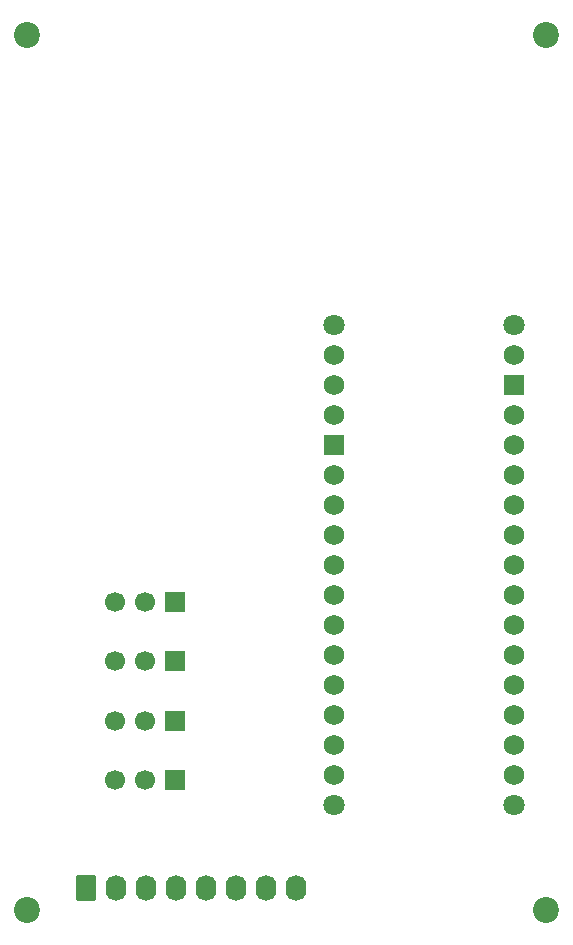
<source format=gbr>
%TF.GenerationSoftware,KiCad,Pcbnew,9.0.5*%
%TF.CreationDate,2025-10-13T11:36:34+02:00*%
%TF.ProjectId,MAX31865,4d415833-3138-4363-952e-6b696361645f,rev?*%
%TF.SameCoordinates,Original*%
%TF.FileFunction,Soldermask,Bot*%
%TF.FilePolarity,Negative*%
%FSLAX46Y46*%
G04 Gerber Fmt 4.6, Leading zero omitted, Abs format (unit mm)*
G04 Created by KiCad (PCBNEW 9.0.5) date 2025-10-13 11:36:34*
%MOMM*%
%LPD*%
G01*
G04 APERTURE LIST*
G04 Aperture macros list*
%AMRoundRect*
0 Rectangle with rounded corners*
0 $1 Rounding radius*
0 $2 $3 $4 $5 $6 $7 $8 $9 X,Y pos of 4 corners*
0 Add a 4 corners polygon primitive as box body*
4,1,4,$2,$3,$4,$5,$6,$7,$8,$9,$2,$3,0*
0 Add four circle primitives for the rounded corners*
1,1,$1+$1,$2,$3*
1,1,$1+$1,$4,$5*
1,1,$1+$1,$6,$7*
1,1,$1+$1,$8,$9*
0 Add four rect primitives between the rounded corners*
20,1,$1+$1,$2,$3,$4,$5,0*
20,1,$1+$1,$4,$5,$6,$7,0*
20,1,$1+$1,$6,$7,$8,$9,0*
20,1,$1+$1,$8,$9,$2,$3,0*%
G04 Aperture macros list end*
%ADD10C,2.200000*%
%ADD11R,1.700000X1.700000*%
%ADD12C,1.700000*%
%ADD13RoundRect,0.250000X-0.620000X-0.845000X0.620000X-0.845000X0.620000X0.845000X-0.620000X0.845000X0*%
%ADD14O,1.740000X2.190000*%
%ADD15C,1.800000*%
%ADD16C,1.727200*%
%ADD17R,1.727200X1.727200*%
G04 APERTURE END LIST*
D10*
%TO.C,U$19*%
X147000000Y-73000000D03*
%TD*%
D11*
%TO.C,JP7*%
X115540000Y-121000000D03*
D12*
X113000000Y-121000000D03*
X110460000Y-121000000D03*
%TD*%
D11*
%TO.C,JP6*%
X115540000Y-126000000D03*
D12*
X113000000Y-126000000D03*
X110460000Y-126000000D03*
%TD*%
D10*
%TO.C,U$2*%
X103000000Y-147000000D03*
%TD*%
D11*
%TO.C,JP5*%
X115540000Y-131000000D03*
D12*
X113000000Y-131000000D03*
X110460000Y-131000000D03*
%TD*%
D13*
%TO.C,J3*%
X108040000Y-145220000D03*
D14*
X110580000Y-145220000D03*
X113120000Y-145220000D03*
X115660000Y-145220000D03*
X118200000Y-145220000D03*
X120740000Y-145220000D03*
X123280000Y-145220000D03*
X125820000Y-145220000D03*
%TD*%
D10*
%TO.C,U$18*%
X103000000Y-73000000D03*
%TD*%
%TO.C,U$1*%
X147000000Y-147000000D03*
%TD*%
D11*
%TO.C,JP4*%
X115540000Y-136000000D03*
D12*
X113000000Y-136000000D03*
X110460000Y-136000000D03*
%TD*%
D15*
%TO.C,A1*%
X129000000Y-138160000D03*
X144240000Y-97520000D03*
X144240000Y-138160000D03*
X129000000Y-97520000D03*
D16*
X144240000Y-133080000D03*
X144240000Y-107680000D03*
X144240000Y-128000000D03*
X144240000Y-125460000D03*
X144240000Y-122920000D03*
X144240000Y-120380000D03*
X144240000Y-117840000D03*
X144240000Y-115300000D03*
X144240000Y-112760000D03*
X144240000Y-110220000D03*
X144240000Y-130540000D03*
X129000000Y-102600000D03*
X129000000Y-100060000D03*
X129000000Y-110220000D03*
X129000000Y-112760000D03*
X129000000Y-115300000D03*
X129000000Y-117840000D03*
X129000000Y-120380000D03*
X129000000Y-122920000D03*
X129000000Y-125460000D03*
X129000000Y-128000000D03*
X129000000Y-130540000D03*
X129000000Y-133080000D03*
X129000000Y-135620000D03*
X144240000Y-135620000D03*
D17*
X129000000Y-107680000D03*
X144240000Y-102600000D03*
D16*
X129000000Y-105140000D03*
X144240000Y-105140000D03*
X144240000Y-100060000D03*
%TD*%
M02*

</source>
